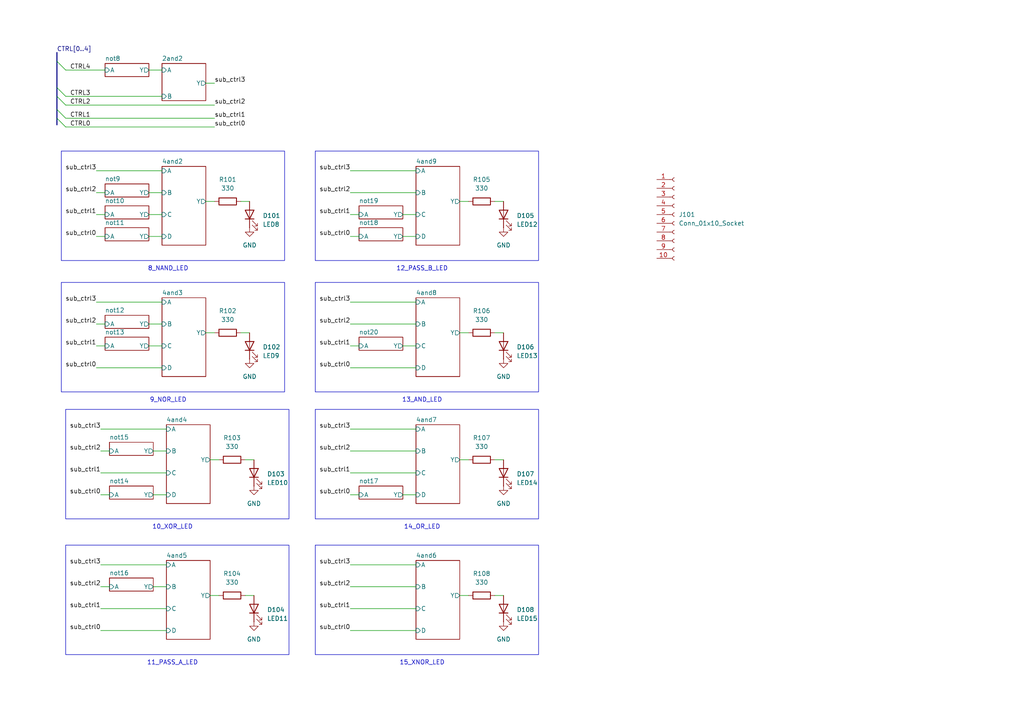
<source format=kicad_sch>
(kicad_sch (version 20250114) (generator "eeschema") (generator_version "9.0")
  (paper "A4")
  (lib_symbols
    (symbol "Connector:Conn_01x10_Socket" (pin_names (offset 1.016) (hide yes))
      (property "Reference" "J" (at 0 12.7 0))
      (property "Value" "Conn_01x10_Socket" (at 0 -15.24 0))
      (symbol "Conn_01x10_Socket_1_1"
        (polyline (pts (xy -1.27 10.16) (xy -0.508 10.16)) (stroke (width 0.1524)))
        (polyline (pts (xy -1.27 7.62) (xy -0.508 7.62)) (stroke (width 0.1524)))
        (polyline (pts (xy -1.27 5.08) (xy -0.508 5.08)) (stroke (width 0.1524)))
        (polyline (pts (xy -1.27 2.54) (xy -0.508 2.54)) (stroke (width 0.1524)))
        (polyline (pts (xy -1.27 0) (xy -0.508 0)) (stroke (width 0.1524)))
        (polyline (pts (xy -1.27 -2.54) (xy -0.508 -2.54)) (stroke (width 0.1524)))
        (polyline (pts (xy -1.27 -5.08) (xy -0.508 -5.08)) (stroke (width 0.1524)))
        (polyline (pts (xy -1.27 -7.62) (xy -0.508 -7.62)) (stroke (width 0.1524)))
        (polyline (pts (xy -1.27 -10.16) (xy -0.508 -10.16)) (stroke (width 0.1524)))
        (polyline (pts (xy -1.27 -12.7) (xy -0.508 -12.7)) (stroke (width 0.1524)))
        (arc (start 0 9.652) (mid -0.5058 10.16) (end 0 10.668) (stroke (width 0.1524)))
        (arc (start 0 7.112) (mid -0.5058 7.62) (end 0 8.128) (stroke (width 0.1524)))
        (arc (start 0 4.572) (mid -0.5058 5.08) (end 0 5.588) (stroke (width 0.1524)))
        (arc (start 0 2.032) (mid -0.5058 2.54) (end 0 3.048) (stroke (width 0.1524)))
        (arc (start 0 -0.508) (mid -0.5058 0) (end 0 0.508) (stroke (width 0.1524)))
        (arc (start 0 -3.048) (mid -0.5058 -2.54) (end 0 -2.032) (stroke (width 0.1524)))
        (arc (start 0 -5.588) (mid -0.5058 -5.08) (end 0 -4.572) (stroke (width 0.1524)))
        (arc (start 0 -8.128) (mid -0.5058 -7.62) (end 0 -7.112) (stroke (width 0.1524)))
        (arc (start 0 -10.668) (mid -0.5058 -10.16) (end 0 -9.652) (stroke (width 0.1524)))
        (arc (start 0 -13.208) (mid -0.5058 -12.7) (end 0 -12.192) (stroke (width 0.1524)))
        (pin passive line (at -5.08 10.16 0) (length 3.81) (name "Pin_1") (number "1"))
        (pin passive line (at -5.08 7.62 0) (length 3.81) (name "Pin_2") (number "2"))
        (pin passive line (at -5.08 5.08 0) (length 3.81) (name "Pin_3") (number "3"))
        (pin passive line (at -5.08 2.54 0) (length 3.81) (name "Pin_4") (number "4"))
        (pin passive line (at -5.08 0 0) (length 3.81) (name "Pin_5") (number "5"))
        (pin passive line (at -5.08 -2.54 0) (length 3.81) (name "Pin_6") (number "6"))
        (pin passive line (at -5.08 -5.08 0) (length 3.81) (name "Pin_7") (number "7"))
        (pin passive line (at -5.08 -7.62 0) (length 3.81) (name "Pin_8") (number "8"))
        (pin passive line (at -5.08 -10.16 0) (length 3.81) (name "Pin_9") (number "9"))
        (pin passive line (at -5.08 -12.7 0) (length 3.81) (name "Pin_10") (number "10"))
      )
    )
    (symbol "Device:LED" (pin_numbers (hide yes)) (pin_names (offset 1.016) (hide yes))
      (property "Reference" "D" (at 0 2.54 0))
      (property "Value" "LED" (at 0 -2.54 0))
      (symbol "LED_0_1"
        (polyline (pts (xy -3.048 -0.762) (xy -4.572 -2.286) (xy -3.81 -2.286) (xy -4.572 -2.286) (xy -4.572 -1.524)))
        (polyline (pts (xy -1.778 -0.762) (xy -3.302 -2.286) (xy -2.54 -2.286) (xy -3.302 -2.286) (xy -3.302 -1.524)))
        (polyline (pts (xy -1.27 0) (xy 1.27 0)))
        (polyline (pts (xy -1.27 -1.27) (xy -1.27 1.27)) (stroke (width 0.254)))
        (polyline (pts (xy 1.27 -1.27) (xy 1.27 1.27) (xy -1.27 0) (xy 1.27 -1.27)) (stroke (width 0.254)))
      )
      (symbol "LED_1_1"
        (pin passive line (at -3.81 0 0) (length 2.54) (name "K") (number "1"))
        (pin passive line (at 3.81 0 180) (length 2.54) (name "A") (number "2"))
      )
    )
    (symbol "Device:R" (pin_numbers (hide yes)) (pin_names (offset 0))
      (property "Reference" "R" (at 2.032 0 90))
      (property "Value" "R" (at 0 0 90))
      (symbol "R_0_1"
        (rectangle (start -1.016 -2.54) (end 1.016 2.54) (stroke (width 0.254)))
      )
      (symbol "R_1_1"
        (pin passive line (at 0 3.81 270) (length 1.27) (name "~") (number "1"))
        (pin passive line (at 0 -3.81 90) (length 1.27) (name "~") (number "2"))
      )
    )
    (symbol "power:GND" (power) (pin_numbers (hide yes)) (pin_names (offset 0) (hide yes))
      (property "Value" "GND" (at 0 -3.81 0))
      (symbol "GND_0_1"
        (polyline (pts (xy 0 0) (xy 0 -1.27) (xy 1.27 -1.27) (xy 0 -2.54) (xy -1.27 -1.27) (xy 0 -1.27)))
      )
      (symbol "GND_1_1"
        (pin power_in line (at 0 0 270) (length 0) (name "~") (number "1"))
      )
    )
  )
  (rectangle (start 91.44 118.745) (end 156.21 150.495))
  (rectangle (start 91.44 81.915) (end 156.21 113.665))
  (rectangle (start 19.05 118.745) (end 83.82 150.495))
  (rectangle (start 91.44 43.815) (end 156.21 75.565))
  (rectangle (start 19.05 158.115) (end 83.82 189.865))
  (rectangle (start 17.78 81.915) (end 82.55 113.665))
  (rectangle (start 17.78 43.815) (end 82.55 75.565))
  (rectangle (start 91.44 158.115) (end 156.21 189.865))
  (text "9_NOR_LED" (at 48.768 116.078 0) (effects (font (size 1.27 1.27))))
  (text "13_AND_LED" (at 122.428 116.078 0) (effects (font (size 1.27 1.27))))
  (text "11_PASS_A_LED" (at 50.038 192.278 0) (effects (font (size 1.27 1.27))))
  (text "10_XOR_LED" (at 50.038 152.908 0) (effects (font (size 1.27 1.27))))
  (text "8_NAND_LED" (at 48.768 77.978 0) (effects (font (size 1.27 1.27))))
  (text "14_OR_LED\n" (at 122.428 152.908 0) (effects (font (size 1.27 1.27))))
  (text "12_PASS_B_LED" (at 122.428 77.978 0) (effects (font (size 1.27 1.27))))
  (text "15_XNOR_LED" (at 122.428 192.278 0) (effects (font (size 1.27 1.27))))
  (bus_entry (at 16.51 17.78) (size 2.54 2.54))
  (bus_entry (at 16.51 34.29) (size 2.54 2.54))
  (bus_entry (at 16.51 31.75) (size 2.54 2.54))
  (bus_entry (at 16.51 25.4) (size 2.54 2.54))
  (bus_entry (at 16.51 27.94) (size 2.54 2.54))
  (wire (pts (xy 133.35 133.35) (xy 135.89 133.35)))
  (wire (pts (xy 29.21 182.88) (xy 48.26 182.88)))
  (wire (pts (xy 27.94 87.63) (xy 46.99 87.63)))
  (bus (pts (xy 16.51 34.29) (xy 16.51 36.195)))
  (wire (pts (xy 27.94 93.98) (xy 30.48 93.98)))
  (wire (pts (xy 44.45 130.81) (xy 48.26 130.81)))
  (bus (pts (xy 16.51 15.24) (xy 16.51 17.78)))
  (wire (pts (xy 27.94 68.58) (xy 30.48 68.58)))
  (bus (pts (xy 16.51 25.4) (xy 16.51 27.94)))
  (wire (pts (xy 19.05 20.32) (xy 30.48 20.32)))
  (wire (pts (xy 101.6 130.81) (xy 120.65 130.81)))
  (wire (pts (xy 146.05 172.72) (xy 143.51 172.72)))
  (wire (pts (xy 44.45 170.18) (xy 48.26 170.18)))
  (wire (pts (xy 101.6 163.83) (xy 120.65 163.83)))
  (wire (pts (xy 101.6 93.98) (xy 120.65 93.98)))
  (wire (pts (xy 29.21 176.53) (xy 48.26 176.53)))
  (bus (pts (xy 16.51 31.75) (xy 16.51 34.29)))
  (wire (pts (xy 59.69 96.52) (xy 62.23 96.52)))
  (wire (pts (xy 62.23 24.13) (xy 59.69 24.13)))
  (wire (pts (xy 60.96 133.35) (xy 63.5 133.35)))
  (wire (pts (xy 27.94 55.88) (xy 30.48 55.88)))
  (wire (pts (xy 72.39 58.42) (xy 69.85 58.42)))
  (wire (pts (xy 101.6 182.88) (xy 120.65 182.88)))
  (wire (pts (xy 101.6 176.53) (xy 120.65 176.53)))
  (wire (pts (xy 19.05 34.29) (xy 62.23 34.29)))
  (wire (pts (xy 29.21 163.83) (xy 48.26 163.83)))
  (wire (pts (xy 101.6 68.58) (xy 104.14 68.58)))
  (wire (pts (xy 29.21 137.16) (xy 48.26 137.16)))
  (wire (pts (xy 73.66 172.72) (xy 71.12 172.72)))
  (wire (pts (xy 27.94 100.33) (xy 30.48 100.33)))
  (wire (pts (xy 101.6 87.63) (xy 120.65 87.63)))
  (wire (pts (xy 101.6 106.68) (xy 120.65 106.68)))
  (wire (pts (xy 146.05 58.42) (xy 143.51 58.42)))
  (wire (pts (xy 116.84 62.23) (xy 120.65 62.23)))
  (wire (pts (xy 44.45 143.51) (xy 48.26 143.51)))
  (wire (pts (xy 29.21 130.81) (xy 31.75 130.81)))
  (wire (pts (xy 29.21 143.51) (xy 31.75 143.51)))
  (wire (pts (xy 146.05 133.35) (xy 143.51 133.35)))
  (wire (pts (xy 101.6 100.33) (xy 104.14 100.33)))
  (wire (pts (xy 101.6 49.53) (xy 120.65 49.53)))
  (wire (pts (xy 101.6 137.16) (xy 120.65 137.16)))
  (wire (pts (xy 43.18 62.23) (xy 46.99 62.23)))
  (wire (pts (xy 101.6 143.51) (xy 104.14 143.51)))
  (wire (pts (xy 43.18 93.98) (xy 46.99 93.98)))
  (wire (pts (xy 101.6 55.88) (xy 120.65 55.88)))
  (wire (pts (xy 19.05 30.48) (xy 62.23 30.48)))
  (wire (pts (xy 59.69 58.42) (xy 62.23 58.42)))
  (wire (pts (xy 43.18 20.32) (xy 46.99 20.32)))
  (wire (pts (xy 101.6 124.46) (xy 120.65 124.46)))
  (wire (pts (xy 133.35 58.42) (xy 135.89 58.42)))
  (wire (pts (xy 27.94 106.68) (xy 46.99 106.68)))
  (wire (pts (xy 73.66 133.35) (xy 71.12 133.35)))
  (wire (pts (xy 19.05 36.83) (xy 62.23 36.83)))
  (wire (pts (xy 43.18 68.58) (xy 46.99 68.58)))
  (wire (pts (xy 133.35 172.72) (xy 135.89 172.72)))
  (wire (pts (xy 146.05 96.52) (xy 143.51 96.52)))
  (wire (pts (xy 133.35 96.52) (xy 135.89 96.52)))
  (wire (pts (xy 19.05 27.94) (xy 46.99 27.94)))
  (wire (pts (xy 27.94 49.53) (xy 46.99 49.53)))
  (wire (pts (xy 29.21 170.18) (xy 31.75 170.18)))
  (bus (pts (xy 16.51 27.94) (xy 16.51 31.75)))
  (wire (pts (xy 116.84 100.33) (xy 120.65 100.33)))
  (wire (pts (xy 60.96 172.72) (xy 63.5 172.72)))
  (wire (pts (xy 101.6 170.18) (xy 120.65 170.18)))
  (wire (pts (xy 43.18 55.88) (xy 46.99 55.88)))
  (wire (pts (xy 29.21 124.46) (xy 48.26 124.46)))
  (wire (pts (xy 43.18 100.33) (xy 46.99 100.33)))
  (wire (pts (xy 72.39 96.52) (xy 69.85 96.52)))
  (bus (pts (xy 16.51 17.78) (xy 16.51 25.4)))
  (wire (pts (xy 27.94 62.23) (xy 30.48 62.23)))
  (wire (pts (xy 101.6 62.23) (xy 104.14 62.23)))
  (wire (pts (xy 116.84 68.58) (xy 120.65 68.58)))
  (wire (pts (xy 116.84 143.51) (xy 120.65 143.51)))
  (label "sub_ctrl0" (at 27.94 106.68 180))
  (label "sub_ctrl1" (at 62.23 34.29 0))
  (label "sub_ctrl1" (at 29.21 137.16 180))
  (label "sub_ctrl3" (at 101.6 163.83 180))
  (label "sub_ctrl2" (at 29.21 130.81 180))
  (label "sub_ctrl2" (at 101.6 130.81 180))
  (label "CTRL3" (at 20.32 27.94 0))
  (label "sub_ctrl1" (at 101.6 137.16 180))
  (label "sub_ctrl2" (at 29.21 170.18 180))
  (label "sub_ctrl0" (at 29.21 143.51 180))
  (label "sub_ctrl3" (at 101.6 124.46 180))
  (label "CTRL4" (at 20.32 20.32 0))
  (label "sub_ctrl1" (at 27.94 100.33 180))
  (label "sub_ctrl3" (at 101.6 49.53 180))
  (label "sub_ctrl0" (at 101.6 106.68 180))
  (label "sub_ctrl1" (at 101.6 62.23 180))
  (label "sub_ctrl1" (at 27.94 62.23 180))
  (label "sub_ctrl1" (at 101.6 176.53 180))
  (label "sub_ctrl3" (at 62.23 24.13 0))
  (label "sub_ctrl3" (at 29.21 163.83 180))
  (label "sub_ctrl2" (at 62.23 30.48 0))
  (label "sub_ctrl2" (at 101.6 93.98 180))
  (label "sub_ctrl2" (at 101.6 170.18 180))
  (label "CTRL0" (at 20.32 36.83 0))
  (label "sub_ctrl2" (at 27.94 55.88 180))
  (label "sub_ctrl3" (at 101.6 87.63 180))
  (label "sub_ctrl0" (at 101.6 68.58 180))
  (label "sub_ctrl1" (at 101.6 100.33 180))
  (label "sub_ctrl0" (at 29.21 182.88 180))
  (label "sub_ctrl3" (at 29.21 124.46 180))
  (label "CTRL1" (at 20.32 34.29 0))
  (label "sub_ctrl1" (at 29.21 176.53 180))
  (label "sub_ctrl0" (at 27.94 68.58 180))
  (label "sub_ctrl0" (at 62.23 36.83 0))
  (label "sub_ctrl3" (at 27.94 87.63 180))
  (label "CTRL[0..4]" (at 16.51 15.24 0))
  (label "CTRL2" (at 20.32 30.48 0))
  (label "sub_ctrl2" (at 101.6 55.88 180))
  (label "sub_ctrl0" (at 101.6 143.51 180))
  (label "sub_ctrl3" (at 27.94 49.53 180))
  (label "sub_ctrl2" (at 27.94 93.98 180))
  (label "sub_ctrl0" (at 101.6 182.88 180))
  (symbol (lib_id "power:GND") (at 73.66 140.97 0) (unit 1)
    (property "Reference" "#PWR0103" (effects (hide yes)))
    (property "Value" "GND" (at 73.66 146.05 0))
    (property "Description" "Power symbol creates a global label with name \"GND\" , ground" (effects (hide yes)))
  )
  (symbol (lib_id "Device:LED") (at 146.05 100.33 90) (unit 1)
    (property "Reference" "D106" (at 149.86 100.6474 90) (effects (justify right)))
    (property "Value" "LED13" (at 149.86 103.1874 90) (effects (justify right)))
    (property "Footprint" "LED_THT:LED_D3.0mm" (effects (hide yes)))
    (property "Description" "Light emitting diode" (effects (hide yes)))
    (property "Sim.Pins" "1=K 2=A" (effects (hide yes)))
  )
  (symbol (lib_id "Device:R") (at 67.31 172.72 90) (unit 1)
    (property "Reference" "R104" (at 67.31 166.37 90))
    (property "Value" "330" (at 67.31 168.91 90))
    (property "Footprint" "Resistor_SMD:R_0805_2012Metric" (effects (hide yes)))
    (property "Description" "Resistor" (effects (hide yes)))
  )
  (symbol (lib_id "Device:LED") (at 73.66 176.53 90) (unit 1)
    (property "Reference" "D104" (at 77.47 176.8474 90) (effects (justify right)))
    (property "Value" "LED11" (at 77.47 179.3874 90) (effects (justify right)))
    (property "Footprint" "LED_THT:LED_D3.0mm" (effects (hide yes)))
    (property "Description" "Light emitting diode" (effects (hide yes)))
    (property "Sim.Pins" "1=K 2=A" (effects (hide yes)))
  )
  (symbol (lib_id "power:GND") (at 72.39 66.04 0) (unit 1)
    (property "Reference" "#PWR0101" (effects (hide yes)))
    (property "Value" "GND" (at 72.39 71.12 0))
    (property "Description" "Power symbol creates a global label with name \"GND\" , ground" (effects (hide yes)))
  )
  (symbol (lib_id "power:GND") (at 146.05 66.04 0) (unit 1)
    (property "Reference" "#PWR0105" (effects (hide yes)))
    (property "Value" "GND" (at 146.05 71.12 0))
    (property "Description" "Power symbol creates a global label with name \"GND\" , ground" (effects (hide yes)))
  )
  (symbol (lib_id "Device:LED") (at 146.05 137.16 90) (unit 1)
    (property "Reference" "D107" (at 149.86 137.4774 90) (effects (justify right)))
    (property "Value" "LED14" (at 149.86 140.0174 90) (effects (justify right)))
    (property "Footprint" "LED_THT:LED_D3.0mm" (effects (hide yes)))
    (property "Description" "Light emitting diode" (effects (hide yes)))
    (property "Sim.Pins" "1=K 2=A" (effects (hide yes)))
  )
  (symbol (lib_id "Device:R") (at 139.7 96.52 90) (unit 1)
    (property "Reference" "R106" (at 139.7 90.17 90))
    (property "Value" "330" (at 139.7 92.71 90))
    (property "Footprint" "Resistor_SMD:R_0805_2012Metric" (effects (hide yes)))
    (property "Description" "Resistor" (effects (hide yes)))
  )
  (symbol (lib_id "Device:LED") (at 146.05 62.23 90) (unit 1)
    (property "Reference" "D105" (at 149.86 62.5474 90) (effects (justify right)))
    (property "Value" "LED12" (at 149.86 65.0874 90) (effects (justify right)))
    (property "Footprint" "LED_THT:LED_D3.0mm" (effects (hide yes)))
    (property "Description" "Light emitting diode" (effects (hide yes)))
    (property "Sim.Pins" "1=K 2=A" (effects (hide yes)))
  )
  (symbol (lib_id "Device:LED") (at 72.39 100.33 90) (unit 1)
    (property "Reference" "D102" (at 76.2 100.6474 90) (effects (justify right)))
    (property "Value" "LED9" (at 76.2 103.1874 90) (effects (justify right)))
    (property "Footprint" "LED_THT:LED_D3.0mm" (effects (hide yes)))
    (property "Description" "Light emitting diode" (effects (hide yes)))
    (property "Sim.Pins" "1=K 2=A" (effects (hide yes)))
  )
  (symbol (lib_id "Device:R") (at 67.31 133.35 90) (unit 1)
    (property "Reference" "R103" (at 67.31 127 90))
    (property "Value" "330" (at 67.31 129.54 90))
    (property "Footprint" "Resistor_SMD:R_0805_2012Metric" (effects (hide yes)))
    (property "Description" "Resistor" (effects (hide yes)))
  )
  (symbol (lib_id "power:GND") (at 73.66 180.34 0) (unit 1)
    (property "Reference" "#PWR0104" (effects (hide yes)))
    (property "Value" "GND" (at 73.66 185.42 0))
    (property "Description" "Power symbol creates a global label with name \"GND\" , ground" (effects (hide yes)))
  )
  (symbol (lib_id "Device:LED") (at 146.05 176.53 90) (unit 1)
    (property "Reference" "D108" (at 149.86 176.8474 90) (effects (justify right)))
    (property "Value" "LED15" (at 149.86 179.3874 90) (effects (justify right)))
    (property "Footprint" "LED_THT:LED_D3.0mm" (effects (hide yes)))
    (property "Description" "Light emitting diode" (effects (hide yes)))
    (property "Sim.Pins" "1=K 2=A" (effects (hide yes)))
  )
  (symbol (lib_id "Device:LED") (at 72.39 62.23 90) (unit 1)
    (property "Reference" "D101" (at 76.2 62.5474 90) (effects (justify right)))
    (property "Value" "LED8" (at 76.2 65.0874 90) (effects (justify right)))
    (property "Footprint" "LED_THT:LED_D3.0mm" (effects (hide yes)))
    (property "Description" "Light emitting diode" (effects (hide yes)))
    (property "Sim.Pins" "1=K 2=A" (effects (hide yes)))
  )
  (symbol (lib_id "power:GND") (at 146.05 140.97 0) (unit 1)
    (property "Reference" "#PWR0107" (effects (hide yes)))
    (property "Value" "GND" (at 146.05 146.05 0))
    (property "Description" "Power symbol creates a global label with name \"GND\" , ground" (effects (hide yes)))
  )
  (symbol (lib_id "power:GND") (at 72.39 104.14 0) (unit 1)
    (property "Reference" "#PWR0102" (effects (hide yes)))
    (property "Value" "GND" (at 72.39 109.22 0))
    (property "Description" "Power symbol creates a global label with name \"GND\" , ground" (effects (hide yes)))
  )
  (symbol (lib_id "Device:LED") (at 73.66 137.16 90) (unit 1)
    (property "Reference" "D103" (at 77.47 137.4774 90) (effects (justify right)))
    (property "Value" "LED10" (at 77.47 140.0174 90) (effects (justify right)))
    (property "Footprint" "LED_THT:LED_D3.0mm" (effects (hide yes)))
    (property "Description" "Light emitting diode" (effects (hide yes)))
    (property "Sim.Pins" "1=K 2=A" (effects (hide yes)))
  )
  (symbol (lib_id "Device:R") (at 139.7 133.35 90) (unit 1)
    (property "Reference" "R107" (at 139.7 127 90))
    (property "Value" "330" (at 139.7 129.54 90))
    (property "Footprint" "Resistor_SMD:R_0805_2012Metric" (effects (hide yes)))
    (property "Description" "Resistor" (effects (hide yes)))
  )
  (symbol (lib_id "Device:R") (at 66.04 58.42 90) (unit 1)
    (property "Reference" "R101" (at 66.04 52.07 90))
    (property "Value" "330" (at 66.04 54.61 90))
    (property "Footprint" "Resistor_SMD:R_0805_2012Metric" (effects (hide yes)))
    (property "Description" "Resistor" (effects (hide yes)))
  )
  (symbol (lib_id "Device:R") (at 139.7 58.42 90) (unit 1)
    (property "Reference" "R105" (at 139.7 52.07 90))
    (property "Value" "330" (at 139.7 54.61 90))
    (property "Footprint" "Resistor_SMD:R_0805_2012Metric" (effects (hide yes)))
    (property "Description" "Resistor" (effects (hide yes)))
  )
  (symbol (lib_id "Device:R") (at 66.04 96.52 90) (unit 1)
    (property "Reference" "R102" (at 66.04 90.17 90))
    (property "Value" "330" (at 66.04 92.71 90))
    (property "Footprint" "Resistor_SMD:R_0805_2012Metric" (effects (hide yes)))
    (property "Description" "Resistor" (effects (hide yes)))
  )
  (symbol (lib_id "Connector:Conn_01x10_Socket") (at 195.58 62.23 0) (unit 1)
    (property "Reference" "J101" (at 196.85 62.2299 0) (effects (justify left)))
    (property "Value" "Conn_01x10_Socket" (at 196.85 64.7699 0) (effects (justify left)))
    (property "Footprint" "Connector_Harwin:Harwin_Gecko-G125-FVX1005L0X_2x05_P1.25mm_Vertical" (effects (hide yes)))
    (property "Description" "Generic connector, single row, 01x10, script generated" (effects (hide yes)))
  )
  (symbol (lib_id "power:GND") (at 146.05 180.34 0) (unit 1)
    (property "Reference" "#PWR0108" (effects (hide yes)))
    (property "Value" "GND" (at 146.05 185.42 0))
    (property "Description" "Power symbol creates a global label with name \"GND\" , ground" (effects (hide yes)))
  )
  (symbol (lib_id "power:GND") (at 146.05 104.14 0) (unit 1)
    (property "Reference" "#PWR0106" (effects (hide yes)))
    (property "Value" "GND" (at 146.05 109.22 0))
    (property "Description" "Power symbol creates a global label with name \"GND\" , ground" (effects (hide yes)))
  )
  (symbol (lib_id "Device:R") (at 139.7 172.72 90) (unit 1)
    (property "Reference" "R108" (at 139.7 166.37 90))
    (property "Value" "330" (at 139.7 168.91 90))
    (property "Footprint" "Resistor_SMD:R_0805_2012Metric" (effects (hide yes)))
    (property "Description" "Resistor" (effects (hide yes)))
  )
  (sheet (at 104.14 97.79) (size 12.7 3.81) (stroke (width 0.1524))
    (property "Sheetname" "not20" (at 104.14 97.0784 0) (effects (justify left bottom)))
    (property "Sheetfile" "../../../modules/gates/gate_inv/gate_inv_1bit/gate_inv_1bit.kicad_sch" (effects (hide yes)))
    (pin "Y" output (at 116.84 100.33 0))
    (pin "A" input (at 104.14 100.33 180))
  )
  (sheet (at 48.26 162.56) (size 12.7 22.86) (stroke (width 0.1524))
    (property "Sheetname" "4and5" (at 48.26 161.8484 0) (effects (justify left bottom)))
    (property "Sheetfile" "../../../modules/gates/gate_and/gate_and_4in/gate_and_4in.kicad_sch" (effects (hide yes)))
    (pin "C" input (at 48.26 176.53 180))
    (pin "Y" output (at 60.96 172.72 0))
    (pin "B" input (at 48.26 170.18 180))
    (pin "D" input (at 48.26 182.88 180))
    (pin "A" input (at 48.26 163.83 180))
  )
  (sheet (at 31.75 140.97) (size 12.7 3.81) (stroke (width 0.1524))
    (property "Sheetname" "not14" (at 31.75 140.2584 0) (effects (justify left bottom)))
    (property "Sheetfile" "../../../modules/gates/gate_inv/gate_inv_1bit/gate_inv_1bit.kicad_sch" (effects (hide yes)))
    (pin "Y" output (at 44.45 143.51 0))
    (pin "A" input (at 31.75 143.51 180))
  )
  (sheet (at 104.14 66.04) (size 12.7 3.81) (stroke (width 0.1524))
    (property "Sheetname" "not18" (at 104.14 65.3284 0) (effects (justify left bottom)))
    (property "Sheetfile" "../../../modules/gates/gate_inv/gate_inv_1bit/gate_inv_1bit.kicad_sch" (effects (hide yes)))
    (pin "Y" output (at 116.84 68.58 0))
    (pin "A" input (at 104.14 68.58 180))
  )
  (sheet (at 120.65 48.26) (size 12.7 22.86) (stroke (width 0.1524))
    (property "Sheetname" "4and9" (at 120.65 47.5484 0) (effects (justify left bottom)))
    (property "Sheetfile" "../../../modules/gates/gate_and/gate_and_4in/gate_and_4in.kicad_sch" (effects (hide yes)))
    (pin "C" input (at 120.65 62.23 180))
    (pin "Y" output (at 133.35 58.42 0))
    (pin "B" input (at 120.65 55.88 180))
    (pin "D" input (at 120.65 68.58 180))
    (pin "A" input (at 120.65 49.53 180))
  )
  (sheet (at 46.99 48.26) (size 12.7 22.86) (stroke (width 0.1524))
    (property "Sheetname" "4and2" (at 46.99 47.5484 0) (effects (justify left bottom)))
    (property "Sheetfile" "../../../modules/gates/gate_and/gate_and_4in/gate_and_4in.kicad_sch" (effects (hide yes)))
    (pin "C" input (at 46.99 62.23 180))
    (pin "Y" output (at 59.69 58.42 0))
    (pin "B" input (at 46.99 55.88 180))
    (pin "D" input (at 46.99 68.58 180))
    (pin "A" input (at 46.99 49.53 180))
  )
  (sheet (at 30.48 53.34) (size 12.7 3.81) (stroke (width 0.1524))
    (property "Sheetname" "not9" (at 30.48 52.6284 0) (effects (justify left bottom)))
    (property "Sheetfile" "../../../modules/gates/gate_inv/gate_inv_1bit/gate_inv_1bit.kicad_sch" (effects (hide yes)))
    (pin "Y" output (at 43.18 55.88 0))
    (pin "A" input (at 30.48 55.88 180))
  )
  (sheet (at 104.14 59.69) (size 12.7 3.81) (stroke (width 0.1524))
    (property "Sheetname" "not19" (at 104.14 58.9784 0) (effects (justify left bottom)))
    (property "Sheetfile" "../../../modules/gates/gate_inv/gate_inv_1bit/gate_inv_1bit.kicad_sch" (effects (hide yes)))
    (pin "Y" output (at 116.84 62.23 0))
    (pin "A" input (at 104.14 62.23 180))
  )
  (sheet (at 30.48 18.415) (size 12.7 3.81) (stroke (width 0.1524))
    (property "Sheetname" "not8" (at 30.48 17.7034 0) (effects (justify left bottom)))
    (property "Sheetfile" "../../../modules/gates/gate_inv/gate_inv_1bit/gate_inv_1bit.kicad_sch" (effects (hide yes)))
    (pin "Y" output (at 43.18 20.32 0))
    (pin "A" input (at 30.48 20.32 180))
  )
  (sheet (at 104.14 140.97) (size 12.7 3.81) (stroke (width 0.1524))
    (property "Sheetname" "not17" (at 104.14 140.2584 0) (effects (justify left bottom)))
    (property "Sheetfile" "../../../modules/gates/gate_inv/gate_inv_1bit/gate_inv_1bit.kicad_sch" (effects (hide yes)))
    (pin "Y" output (at 116.84 143.51 0))
    (pin "A" input (at 104.14 143.51 180))
  )
  (sheet (at 46.99 86.36) (size 12.7 22.86) (stroke (width 0.1524))
    (property "Sheetname" "4and3" (at 46.99 85.6484 0) (effects (justify left bottom)))
    (property "Sheetfile" "../../../modules/gates/gate_and/gate_and_4in/gate_and_4in.kicad_sch" (effects (hide yes)))
    (pin "C" input (at 46.99 100.33 180))
    (pin "Y" output (at 59.69 96.52 0))
    (pin "B" input (at 46.99 93.98 180))
    (pin "D" input (at 46.99 106.68 180))
    (pin "A" input (at 46.99 87.63 180))
  )
  (sheet (at 120.65 86.36) (size 12.7 22.86) (stroke (width 0.1524))
    (property "Sheetname" "4and8" (at 120.65 85.6484 0) (effects (justify left bottom)))
    (property "Sheetfile" "../../../modules/gates/gate_and/gate_and_4in/gate_and_4in.kicad_sch" (effects (hide yes)))
    (pin "C" input (at 120.65 100.33 180))
    (pin "Y" output (at 133.35 96.52 0))
    (pin "B" input (at 120.65 93.98 180))
    (pin "D" input (at 120.65 106.68 180))
    (pin "A" input (at 120.65 87.63 180))
  )
  (sheet (at 30.48 91.44) (size 12.7 3.81) (stroke (width 0.1524))
    (property "Sheetname" "not12" (at 30.48 90.7284 0) (effects (justify left bottom)))
    (property "Sheetfile" "../../../modules/gates/gate_inv/gate_inv_1bit/gate_inv_1bit.kicad_sch" (effects (hide yes)))
    (pin "Y" output (at 43.18 93.98 0))
    (pin "A" input (at 30.48 93.98 180))
  )
  (sheet (at 46.99 18.415) (size 12.7 10.795) (stroke (width 0.1524))
    (property "Sheetname" "2and2" (at 46.99 17.7034 0) (effects (justify left bottom)))
    (property "Sheetfile" "../../../modules/gates/gate_and/gate_and_2in/gate_and_2in.kicad_sch" (effects (hide yes)))
    (pin "B" input (at 46.99 27.94 180))
    (pin "A" input (at 46.99 20.32 180))
    (pin "Y" output (at 59.69 24.13 0))
  )
  (sheet (at 120.65 123.19) (size 12.7 22.86) (stroke (width 0.1524))
    (property "Sheetname" "4and7" (at 120.65 122.4784 0) (effects (justify left bottom)))
    (property "Sheetfile" "../../../modules/gates/gate_and/gate_and_4in/gate_and_4in.kicad_sch" (effects (hide yes)))
    (pin "C" input (at 120.65 137.16 180))
    (pin "Y" output (at 133.35 133.35 0))
    (pin "B" input (at 120.65 130.81 180))
    (pin "D" input (at 120.65 143.51 180))
    (pin "A" input (at 120.65 124.46 180))
  )
  (sheet (at 31.75 167.64) (size 12.7 3.81) (stroke (width 0.1524))
    (property "Sheetname" "not16" (at 31.75 166.9284 0) (effects (justify left bottom)))
    (property "Sheetfile" "../../../modules/gates/gate_inv/gate_inv_1bit/gate_inv_1bit.kicad_sch" (effects (hide yes)))
    (pin "Y" output (at 44.45 170.18 0))
    (pin "A" input (at 31.75 170.18 180))
  )
  (sheet (at 30.48 97.79) (size 12.7 3.81) (stroke (width 0.1524))
    (property "Sheetname" "not13" (at 30.48 97.0784 0) (effects (justify left bottom)))
    (property "Sheetfile" "../../../modules/gates/gate_inv/gate_inv_1bit/gate_inv_1bit.kicad_sch" (effects (hide yes)))
    (pin "Y" output (at 43.18 100.33 0))
    (pin "A" input (at 30.48 100.33 180))
  )
  (sheet (at 31.75 128.27) (size 12.7 3.81) (stroke (width 0.1524))
    (property "Sheetname" "not15" (at 31.75 127.5584 0) (effects (justify left bottom)))
    (property "Sheetfile" "../../../modules/gates/gate_inv/gate_inv_1bit/gate_inv_1bit.kicad_sch" (effects (hide yes)))
    (pin "Y" output (at 44.45 130.81 0))
    (pin "A" input (at 31.75 130.81 180))
  )
  (sheet (at 48.26 123.19) (size 12.7 22.86) (stroke (width 0.1524))
    (property "Sheetname" "4and4" (at 48.26 122.4784 0) (effects (justify left bottom)))
    (property "Sheetfile" "../../../modules/gates/gate_and/gate_and_4in/gate_and_4in.kicad_sch" (effects (hide yes)))
    (pin "C" input (at 48.26 137.16 180))
    (pin "Y" output (at 60.96 133.35 0))
    (pin "B" input (at 48.26 130.81 180))
    (pin "D" input (at 48.26 143.51 180))
    (pin "A" input (at 48.26 124.46 180))
  )
  (sheet (at 120.65 162.56) (size 12.7 22.86) (stroke (width 0.1524))
    (property "Sheetname" "4and6" (at 120.65 161.8484 0) (effects (justify left bottom)))
    (property "Sheetfile" "../../../modules/gates/gate_and/gate_and_4in/gate_and_4in.kicad_sch" (effects (hide yes)))
    (pin "C" input (at 120.65 176.53 180))
    (pin "Y" output (at 133.35 172.72 0))
    (pin "B" input (at 120.65 170.18 180))
    (pin "D" input (at 120.65 182.88 180))
    (pin "A" input (at 120.65 163.83 180))
  )
  (sheet (at 30.48 59.69) (size 12.7 3.81) (stroke (width 0.1524))
    (property "Sheetname" "not10" (at 30.48 58.9784 0) (effects (justify left bottom)))
    (property "Sheetfile" "../../../modules/gates/gate_inv/gate_inv_1bit/gate_inv_1bit.kicad_sch" (effects (hide yes)))
    (pin "Y" output (at 43.18 62.23 0))
    (pin "A" input (at 30.48 62.23 180))
  )
  (sheet (at 30.48 66.04) (size 12.7 3.81) (stroke (width 0.1524))
    (property "Sheetname" "not11" (at 30.48 65.3284 0) (effects (justify left bottom)))
    (property "Sheetfile" "../../../modules/gates/gate_inv/gate_inv_1bit/gate_inv_1bit.kicad_sch" (effects (hide yes)))
    (pin "Y" output (at 43.18 68.58 0))
    (pin "A" input (at 30.48 68.58 180))
  )
)
</source>
